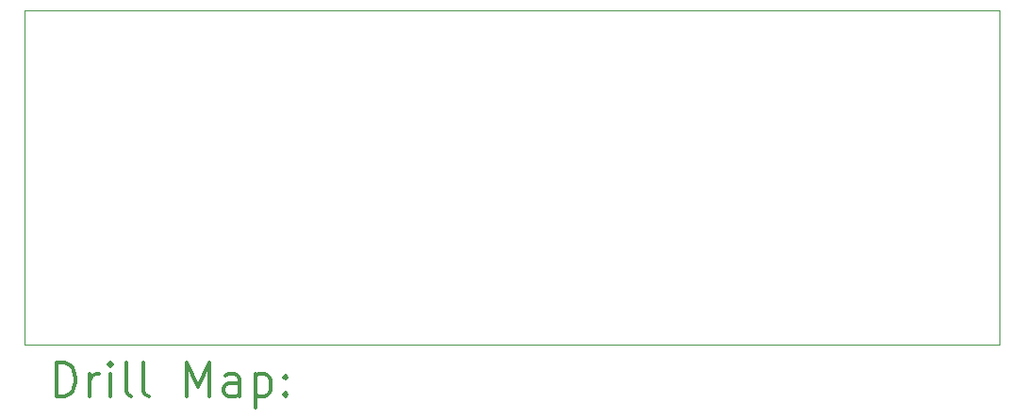
<source format=gbr>
%FSLAX45Y45*%
G04 Gerber Fmt 4.5, Leading zero omitted, Abs format (unit mm)*
G04 Created by KiCad (PCBNEW (5.1.10)-1) date 2022-05-07 20:41:18*
%MOMM*%
%LPD*%
G01*
G04 APERTURE LIST*
%TA.AperFunction,Profile*%
%ADD10C,0.050000*%
%TD*%
%ADD11C,0.200000*%
%ADD12C,0.300000*%
G04 APERTURE END LIST*
D10*
X16150000Y-4000000D02*
X7400000Y-4000000D01*
X7400000Y-7000000D02*
X16150000Y-7000000D01*
X16150000Y-5250000D02*
X16150000Y-7000000D01*
X16150000Y-5250000D02*
X16150000Y-4000000D01*
X7400000Y-4000000D02*
X7400000Y-7000000D01*
D11*
D12*
X7683928Y-7468214D02*
X7683928Y-7168214D01*
X7755357Y-7168214D01*
X7798214Y-7182500D01*
X7826786Y-7211071D01*
X7841071Y-7239643D01*
X7855357Y-7296786D01*
X7855357Y-7339643D01*
X7841071Y-7396786D01*
X7826786Y-7425357D01*
X7798214Y-7453929D01*
X7755357Y-7468214D01*
X7683928Y-7468214D01*
X7983928Y-7468214D02*
X7983928Y-7268214D01*
X7983928Y-7325357D02*
X7998214Y-7296786D01*
X8012500Y-7282500D01*
X8041071Y-7268214D01*
X8069643Y-7268214D01*
X8169643Y-7468214D02*
X8169643Y-7268214D01*
X8169643Y-7168214D02*
X8155357Y-7182500D01*
X8169643Y-7196786D01*
X8183928Y-7182500D01*
X8169643Y-7168214D01*
X8169643Y-7196786D01*
X8355357Y-7468214D02*
X8326786Y-7453929D01*
X8312500Y-7425357D01*
X8312500Y-7168214D01*
X8512500Y-7468214D02*
X8483928Y-7453929D01*
X8469643Y-7425357D01*
X8469643Y-7168214D01*
X8855357Y-7468214D02*
X8855357Y-7168214D01*
X8955357Y-7382500D01*
X9055357Y-7168214D01*
X9055357Y-7468214D01*
X9326786Y-7468214D02*
X9326786Y-7311071D01*
X9312500Y-7282500D01*
X9283928Y-7268214D01*
X9226786Y-7268214D01*
X9198214Y-7282500D01*
X9326786Y-7453929D02*
X9298214Y-7468214D01*
X9226786Y-7468214D01*
X9198214Y-7453929D01*
X9183928Y-7425357D01*
X9183928Y-7396786D01*
X9198214Y-7368214D01*
X9226786Y-7353929D01*
X9298214Y-7353929D01*
X9326786Y-7339643D01*
X9469643Y-7268214D02*
X9469643Y-7568214D01*
X9469643Y-7282500D02*
X9498214Y-7268214D01*
X9555357Y-7268214D01*
X9583928Y-7282500D01*
X9598214Y-7296786D01*
X9612500Y-7325357D01*
X9612500Y-7411071D01*
X9598214Y-7439643D01*
X9583928Y-7453929D01*
X9555357Y-7468214D01*
X9498214Y-7468214D01*
X9469643Y-7453929D01*
X9741071Y-7439643D02*
X9755357Y-7453929D01*
X9741071Y-7468214D01*
X9726786Y-7453929D01*
X9741071Y-7439643D01*
X9741071Y-7468214D01*
X9741071Y-7282500D02*
X9755357Y-7296786D01*
X9741071Y-7311071D01*
X9726786Y-7296786D01*
X9741071Y-7282500D01*
X9741071Y-7311071D01*
M02*

</source>
